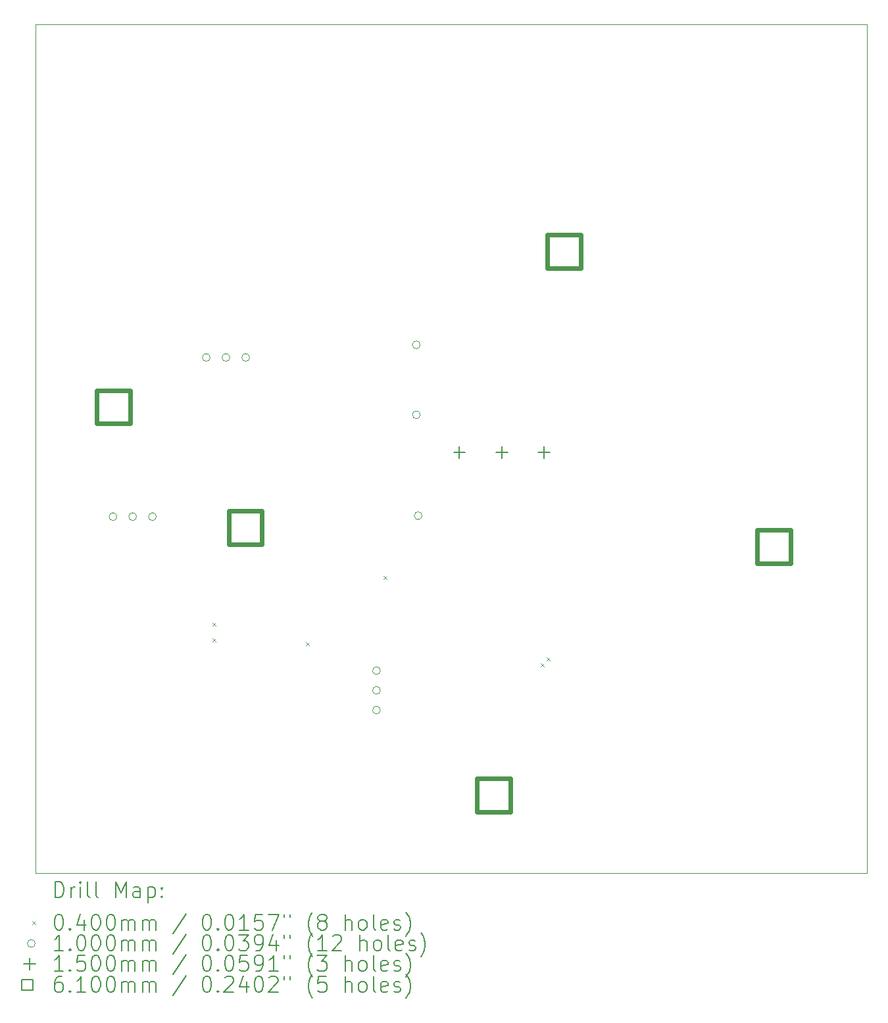
<source format=gbr>
%TF.GenerationSoftware,KiCad,Pcbnew,(6.0.11)*%
%TF.CreationDate,2023-11-09T10:56:48+01:00*%
%TF.ProjectId,Switch6.0,53776974-6368-4362-9e30-2e6b69636164,rev?*%
%TF.SameCoordinates,Original*%
%TF.FileFunction,Drillmap*%
%TF.FilePolarity,Positive*%
%FSLAX45Y45*%
G04 Gerber Fmt 4.5, Leading zero omitted, Abs format (unit mm)*
G04 Created by KiCad (PCBNEW (6.0.11)) date 2023-11-09 10:56:48*
%MOMM*%
%LPD*%
G01*
G04 APERTURE LIST*
%ADD10C,0.100000*%
%ADD11C,0.200000*%
%ADD12C,0.040000*%
%ADD13C,0.150000*%
%ADD14C,0.610000*%
G04 APERTURE END LIST*
D10*
X11400000Y-4175000D02*
X22100000Y-4175000D01*
X22100000Y-4175000D02*
X22100000Y-15100000D01*
X22100000Y-15100000D02*
X11400000Y-15100000D01*
X11400000Y-15100000D02*
X11400000Y-4175000D01*
D11*
D12*
X13680000Y-11880000D02*
X13720000Y-11920000D01*
X13720000Y-11880000D02*
X13680000Y-11920000D01*
X13680000Y-11880000D02*
X13720000Y-11920000D01*
X13720000Y-11880000D02*
X13680000Y-11920000D01*
X13680000Y-11880000D02*
X13720000Y-11920000D01*
X13720000Y-11880000D02*
X13680000Y-11920000D01*
X13680000Y-12080000D02*
X13720000Y-12120000D01*
X13720000Y-12080000D02*
X13680000Y-12120000D01*
X14880000Y-12130000D02*
X14920000Y-12170000D01*
X14920000Y-12130000D02*
X14880000Y-12170000D01*
X15880000Y-11280000D02*
X15920000Y-11320000D01*
X15920000Y-11280000D02*
X15880000Y-11320000D01*
X17905000Y-12405000D02*
X17945000Y-12445000D01*
X17945000Y-12405000D02*
X17905000Y-12445000D01*
X17980000Y-12330000D02*
X18020000Y-12370000D01*
X18020000Y-12330000D02*
X17980000Y-12370000D01*
D10*
X12446000Y-10512500D02*
G75*
G03*
X12446000Y-10512500I-50000J0D01*
G01*
X12700000Y-10512500D02*
G75*
G03*
X12700000Y-10512500I-50000J0D01*
G01*
X12954000Y-10512500D02*
G75*
G03*
X12954000Y-10512500I-50000J0D01*
G01*
X13646000Y-8462500D02*
G75*
G03*
X13646000Y-8462500I-50000J0D01*
G01*
X13900000Y-8462500D02*
G75*
G03*
X13900000Y-8462500I-50000J0D01*
G01*
X14154000Y-8462500D02*
G75*
G03*
X14154000Y-8462500I-50000J0D01*
G01*
X15837500Y-12496000D02*
G75*
G03*
X15837500Y-12496000I-50000J0D01*
G01*
X15837500Y-12750000D02*
G75*
G03*
X15837500Y-12750000I-50000J0D01*
G01*
X15837500Y-13004000D02*
G75*
G03*
X15837500Y-13004000I-50000J0D01*
G01*
X16350000Y-8300000D02*
G75*
G03*
X16350000Y-8300000I-50000J0D01*
G01*
X16350000Y-9200000D02*
G75*
G03*
X16350000Y-9200000I-50000J0D01*
G01*
X16375000Y-10500000D02*
G75*
G03*
X16375000Y-10500000I-50000J0D01*
G01*
D13*
X16855000Y-9607000D02*
X16855000Y-9757000D01*
X16780000Y-9682000D02*
X16930000Y-9682000D01*
X17400000Y-9607000D02*
X17400000Y-9757000D01*
X17325000Y-9682000D02*
X17475000Y-9682000D01*
X17945000Y-9607000D02*
X17945000Y-9757000D01*
X17870000Y-9682000D02*
X18020000Y-9682000D01*
D14*
X12615670Y-9315670D02*
X12615670Y-8884330D01*
X12184330Y-8884330D01*
X12184330Y-9315670D01*
X12615670Y-9315670D01*
X14315670Y-10865670D02*
X14315670Y-10434330D01*
X13884330Y-10434330D01*
X13884330Y-10865670D01*
X14315670Y-10865670D01*
X17515670Y-14315670D02*
X17515670Y-13884330D01*
X17084330Y-13884330D01*
X17084330Y-14315670D01*
X17515670Y-14315670D01*
X18415670Y-7315670D02*
X18415670Y-6884330D01*
X17984330Y-6884330D01*
X17984330Y-7315670D01*
X18415670Y-7315670D01*
X21115670Y-11115670D02*
X21115670Y-10684330D01*
X20684330Y-10684330D01*
X20684330Y-11115670D01*
X21115670Y-11115670D01*
D11*
X11652619Y-15415476D02*
X11652619Y-15215476D01*
X11700238Y-15215476D01*
X11728809Y-15225000D01*
X11747857Y-15244048D01*
X11757381Y-15263095D01*
X11766905Y-15301190D01*
X11766905Y-15329762D01*
X11757381Y-15367857D01*
X11747857Y-15386905D01*
X11728809Y-15405952D01*
X11700238Y-15415476D01*
X11652619Y-15415476D01*
X11852619Y-15415476D02*
X11852619Y-15282143D01*
X11852619Y-15320238D02*
X11862143Y-15301190D01*
X11871667Y-15291667D01*
X11890714Y-15282143D01*
X11909762Y-15282143D01*
X11976428Y-15415476D02*
X11976428Y-15282143D01*
X11976428Y-15215476D02*
X11966905Y-15225000D01*
X11976428Y-15234524D01*
X11985952Y-15225000D01*
X11976428Y-15215476D01*
X11976428Y-15234524D01*
X12100238Y-15415476D02*
X12081190Y-15405952D01*
X12071667Y-15386905D01*
X12071667Y-15215476D01*
X12205000Y-15415476D02*
X12185952Y-15405952D01*
X12176428Y-15386905D01*
X12176428Y-15215476D01*
X12433571Y-15415476D02*
X12433571Y-15215476D01*
X12500238Y-15358333D01*
X12566905Y-15215476D01*
X12566905Y-15415476D01*
X12747857Y-15415476D02*
X12747857Y-15310714D01*
X12738333Y-15291667D01*
X12719286Y-15282143D01*
X12681190Y-15282143D01*
X12662143Y-15291667D01*
X12747857Y-15405952D02*
X12728809Y-15415476D01*
X12681190Y-15415476D01*
X12662143Y-15405952D01*
X12652619Y-15386905D01*
X12652619Y-15367857D01*
X12662143Y-15348809D01*
X12681190Y-15339286D01*
X12728809Y-15339286D01*
X12747857Y-15329762D01*
X12843095Y-15282143D02*
X12843095Y-15482143D01*
X12843095Y-15291667D02*
X12862143Y-15282143D01*
X12900238Y-15282143D01*
X12919286Y-15291667D01*
X12928809Y-15301190D01*
X12938333Y-15320238D01*
X12938333Y-15377381D01*
X12928809Y-15396428D01*
X12919286Y-15405952D01*
X12900238Y-15415476D01*
X12862143Y-15415476D01*
X12843095Y-15405952D01*
X13024048Y-15396428D02*
X13033571Y-15405952D01*
X13024048Y-15415476D01*
X13014524Y-15405952D01*
X13024048Y-15396428D01*
X13024048Y-15415476D01*
X13024048Y-15291667D02*
X13033571Y-15301190D01*
X13024048Y-15310714D01*
X13014524Y-15301190D01*
X13024048Y-15291667D01*
X13024048Y-15310714D01*
D12*
X11355000Y-15725000D02*
X11395000Y-15765000D01*
X11395000Y-15725000D02*
X11355000Y-15765000D01*
D11*
X11690714Y-15635476D02*
X11709762Y-15635476D01*
X11728809Y-15645000D01*
X11738333Y-15654524D01*
X11747857Y-15673571D01*
X11757381Y-15711667D01*
X11757381Y-15759286D01*
X11747857Y-15797381D01*
X11738333Y-15816428D01*
X11728809Y-15825952D01*
X11709762Y-15835476D01*
X11690714Y-15835476D01*
X11671667Y-15825952D01*
X11662143Y-15816428D01*
X11652619Y-15797381D01*
X11643095Y-15759286D01*
X11643095Y-15711667D01*
X11652619Y-15673571D01*
X11662143Y-15654524D01*
X11671667Y-15645000D01*
X11690714Y-15635476D01*
X11843095Y-15816428D02*
X11852619Y-15825952D01*
X11843095Y-15835476D01*
X11833571Y-15825952D01*
X11843095Y-15816428D01*
X11843095Y-15835476D01*
X12024048Y-15702143D02*
X12024048Y-15835476D01*
X11976428Y-15625952D02*
X11928809Y-15768809D01*
X12052619Y-15768809D01*
X12166905Y-15635476D02*
X12185952Y-15635476D01*
X12205000Y-15645000D01*
X12214524Y-15654524D01*
X12224048Y-15673571D01*
X12233571Y-15711667D01*
X12233571Y-15759286D01*
X12224048Y-15797381D01*
X12214524Y-15816428D01*
X12205000Y-15825952D01*
X12185952Y-15835476D01*
X12166905Y-15835476D01*
X12147857Y-15825952D01*
X12138333Y-15816428D01*
X12128809Y-15797381D01*
X12119286Y-15759286D01*
X12119286Y-15711667D01*
X12128809Y-15673571D01*
X12138333Y-15654524D01*
X12147857Y-15645000D01*
X12166905Y-15635476D01*
X12357381Y-15635476D02*
X12376428Y-15635476D01*
X12395476Y-15645000D01*
X12405000Y-15654524D01*
X12414524Y-15673571D01*
X12424048Y-15711667D01*
X12424048Y-15759286D01*
X12414524Y-15797381D01*
X12405000Y-15816428D01*
X12395476Y-15825952D01*
X12376428Y-15835476D01*
X12357381Y-15835476D01*
X12338333Y-15825952D01*
X12328809Y-15816428D01*
X12319286Y-15797381D01*
X12309762Y-15759286D01*
X12309762Y-15711667D01*
X12319286Y-15673571D01*
X12328809Y-15654524D01*
X12338333Y-15645000D01*
X12357381Y-15635476D01*
X12509762Y-15835476D02*
X12509762Y-15702143D01*
X12509762Y-15721190D02*
X12519286Y-15711667D01*
X12538333Y-15702143D01*
X12566905Y-15702143D01*
X12585952Y-15711667D01*
X12595476Y-15730714D01*
X12595476Y-15835476D01*
X12595476Y-15730714D02*
X12605000Y-15711667D01*
X12624048Y-15702143D01*
X12652619Y-15702143D01*
X12671667Y-15711667D01*
X12681190Y-15730714D01*
X12681190Y-15835476D01*
X12776428Y-15835476D02*
X12776428Y-15702143D01*
X12776428Y-15721190D02*
X12785952Y-15711667D01*
X12805000Y-15702143D01*
X12833571Y-15702143D01*
X12852619Y-15711667D01*
X12862143Y-15730714D01*
X12862143Y-15835476D01*
X12862143Y-15730714D02*
X12871667Y-15711667D01*
X12890714Y-15702143D01*
X12919286Y-15702143D01*
X12938333Y-15711667D01*
X12947857Y-15730714D01*
X12947857Y-15835476D01*
X13338333Y-15625952D02*
X13166905Y-15883095D01*
X13595476Y-15635476D02*
X13614524Y-15635476D01*
X13633571Y-15645000D01*
X13643095Y-15654524D01*
X13652619Y-15673571D01*
X13662143Y-15711667D01*
X13662143Y-15759286D01*
X13652619Y-15797381D01*
X13643095Y-15816428D01*
X13633571Y-15825952D01*
X13614524Y-15835476D01*
X13595476Y-15835476D01*
X13576428Y-15825952D01*
X13566905Y-15816428D01*
X13557381Y-15797381D01*
X13547857Y-15759286D01*
X13547857Y-15711667D01*
X13557381Y-15673571D01*
X13566905Y-15654524D01*
X13576428Y-15645000D01*
X13595476Y-15635476D01*
X13747857Y-15816428D02*
X13757381Y-15825952D01*
X13747857Y-15835476D01*
X13738333Y-15825952D01*
X13747857Y-15816428D01*
X13747857Y-15835476D01*
X13881190Y-15635476D02*
X13900238Y-15635476D01*
X13919286Y-15645000D01*
X13928809Y-15654524D01*
X13938333Y-15673571D01*
X13947857Y-15711667D01*
X13947857Y-15759286D01*
X13938333Y-15797381D01*
X13928809Y-15816428D01*
X13919286Y-15825952D01*
X13900238Y-15835476D01*
X13881190Y-15835476D01*
X13862143Y-15825952D01*
X13852619Y-15816428D01*
X13843095Y-15797381D01*
X13833571Y-15759286D01*
X13833571Y-15711667D01*
X13843095Y-15673571D01*
X13852619Y-15654524D01*
X13862143Y-15645000D01*
X13881190Y-15635476D01*
X14138333Y-15835476D02*
X14024048Y-15835476D01*
X14081190Y-15835476D02*
X14081190Y-15635476D01*
X14062143Y-15664048D01*
X14043095Y-15683095D01*
X14024048Y-15692619D01*
X14319286Y-15635476D02*
X14224048Y-15635476D01*
X14214524Y-15730714D01*
X14224048Y-15721190D01*
X14243095Y-15711667D01*
X14290714Y-15711667D01*
X14309762Y-15721190D01*
X14319286Y-15730714D01*
X14328809Y-15749762D01*
X14328809Y-15797381D01*
X14319286Y-15816428D01*
X14309762Y-15825952D01*
X14290714Y-15835476D01*
X14243095Y-15835476D01*
X14224048Y-15825952D01*
X14214524Y-15816428D01*
X14395476Y-15635476D02*
X14528809Y-15635476D01*
X14443095Y-15835476D01*
X14595476Y-15635476D02*
X14595476Y-15673571D01*
X14671667Y-15635476D02*
X14671667Y-15673571D01*
X14966905Y-15911667D02*
X14957381Y-15902143D01*
X14938333Y-15873571D01*
X14928809Y-15854524D01*
X14919286Y-15825952D01*
X14909762Y-15778333D01*
X14909762Y-15740238D01*
X14919286Y-15692619D01*
X14928809Y-15664048D01*
X14938333Y-15645000D01*
X14957381Y-15616428D01*
X14966905Y-15606905D01*
X15071667Y-15721190D02*
X15052619Y-15711667D01*
X15043095Y-15702143D01*
X15033571Y-15683095D01*
X15033571Y-15673571D01*
X15043095Y-15654524D01*
X15052619Y-15645000D01*
X15071667Y-15635476D01*
X15109762Y-15635476D01*
X15128809Y-15645000D01*
X15138333Y-15654524D01*
X15147857Y-15673571D01*
X15147857Y-15683095D01*
X15138333Y-15702143D01*
X15128809Y-15711667D01*
X15109762Y-15721190D01*
X15071667Y-15721190D01*
X15052619Y-15730714D01*
X15043095Y-15740238D01*
X15033571Y-15759286D01*
X15033571Y-15797381D01*
X15043095Y-15816428D01*
X15052619Y-15825952D01*
X15071667Y-15835476D01*
X15109762Y-15835476D01*
X15128809Y-15825952D01*
X15138333Y-15816428D01*
X15147857Y-15797381D01*
X15147857Y-15759286D01*
X15138333Y-15740238D01*
X15128809Y-15730714D01*
X15109762Y-15721190D01*
X15385952Y-15835476D02*
X15385952Y-15635476D01*
X15471667Y-15835476D02*
X15471667Y-15730714D01*
X15462143Y-15711667D01*
X15443095Y-15702143D01*
X15414524Y-15702143D01*
X15395476Y-15711667D01*
X15385952Y-15721190D01*
X15595476Y-15835476D02*
X15576428Y-15825952D01*
X15566905Y-15816428D01*
X15557381Y-15797381D01*
X15557381Y-15740238D01*
X15566905Y-15721190D01*
X15576428Y-15711667D01*
X15595476Y-15702143D01*
X15624048Y-15702143D01*
X15643095Y-15711667D01*
X15652619Y-15721190D01*
X15662143Y-15740238D01*
X15662143Y-15797381D01*
X15652619Y-15816428D01*
X15643095Y-15825952D01*
X15624048Y-15835476D01*
X15595476Y-15835476D01*
X15776428Y-15835476D02*
X15757381Y-15825952D01*
X15747857Y-15806905D01*
X15747857Y-15635476D01*
X15928809Y-15825952D02*
X15909762Y-15835476D01*
X15871667Y-15835476D01*
X15852619Y-15825952D01*
X15843095Y-15806905D01*
X15843095Y-15730714D01*
X15852619Y-15711667D01*
X15871667Y-15702143D01*
X15909762Y-15702143D01*
X15928809Y-15711667D01*
X15938333Y-15730714D01*
X15938333Y-15749762D01*
X15843095Y-15768809D01*
X16014524Y-15825952D02*
X16033571Y-15835476D01*
X16071667Y-15835476D01*
X16090714Y-15825952D01*
X16100238Y-15806905D01*
X16100238Y-15797381D01*
X16090714Y-15778333D01*
X16071667Y-15768809D01*
X16043095Y-15768809D01*
X16024048Y-15759286D01*
X16014524Y-15740238D01*
X16014524Y-15730714D01*
X16024048Y-15711667D01*
X16043095Y-15702143D01*
X16071667Y-15702143D01*
X16090714Y-15711667D01*
X16166905Y-15911667D02*
X16176428Y-15902143D01*
X16195476Y-15873571D01*
X16205000Y-15854524D01*
X16214524Y-15825952D01*
X16224048Y-15778333D01*
X16224048Y-15740238D01*
X16214524Y-15692619D01*
X16205000Y-15664048D01*
X16195476Y-15645000D01*
X16176428Y-15616428D01*
X16166905Y-15606905D01*
D10*
X11395000Y-16009000D02*
G75*
G03*
X11395000Y-16009000I-50000J0D01*
G01*
D11*
X11757381Y-16099476D02*
X11643095Y-16099476D01*
X11700238Y-16099476D02*
X11700238Y-15899476D01*
X11681190Y-15928048D01*
X11662143Y-15947095D01*
X11643095Y-15956619D01*
X11843095Y-16080428D02*
X11852619Y-16089952D01*
X11843095Y-16099476D01*
X11833571Y-16089952D01*
X11843095Y-16080428D01*
X11843095Y-16099476D01*
X11976428Y-15899476D02*
X11995476Y-15899476D01*
X12014524Y-15909000D01*
X12024048Y-15918524D01*
X12033571Y-15937571D01*
X12043095Y-15975667D01*
X12043095Y-16023286D01*
X12033571Y-16061381D01*
X12024048Y-16080428D01*
X12014524Y-16089952D01*
X11995476Y-16099476D01*
X11976428Y-16099476D01*
X11957381Y-16089952D01*
X11947857Y-16080428D01*
X11938333Y-16061381D01*
X11928809Y-16023286D01*
X11928809Y-15975667D01*
X11938333Y-15937571D01*
X11947857Y-15918524D01*
X11957381Y-15909000D01*
X11976428Y-15899476D01*
X12166905Y-15899476D02*
X12185952Y-15899476D01*
X12205000Y-15909000D01*
X12214524Y-15918524D01*
X12224048Y-15937571D01*
X12233571Y-15975667D01*
X12233571Y-16023286D01*
X12224048Y-16061381D01*
X12214524Y-16080428D01*
X12205000Y-16089952D01*
X12185952Y-16099476D01*
X12166905Y-16099476D01*
X12147857Y-16089952D01*
X12138333Y-16080428D01*
X12128809Y-16061381D01*
X12119286Y-16023286D01*
X12119286Y-15975667D01*
X12128809Y-15937571D01*
X12138333Y-15918524D01*
X12147857Y-15909000D01*
X12166905Y-15899476D01*
X12357381Y-15899476D02*
X12376428Y-15899476D01*
X12395476Y-15909000D01*
X12405000Y-15918524D01*
X12414524Y-15937571D01*
X12424048Y-15975667D01*
X12424048Y-16023286D01*
X12414524Y-16061381D01*
X12405000Y-16080428D01*
X12395476Y-16089952D01*
X12376428Y-16099476D01*
X12357381Y-16099476D01*
X12338333Y-16089952D01*
X12328809Y-16080428D01*
X12319286Y-16061381D01*
X12309762Y-16023286D01*
X12309762Y-15975667D01*
X12319286Y-15937571D01*
X12328809Y-15918524D01*
X12338333Y-15909000D01*
X12357381Y-15899476D01*
X12509762Y-16099476D02*
X12509762Y-15966143D01*
X12509762Y-15985190D02*
X12519286Y-15975667D01*
X12538333Y-15966143D01*
X12566905Y-15966143D01*
X12585952Y-15975667D01*
X12595476Y-15994714D01*
X12595476Y-16099476D01*
X12595476Y-15994714D02*
X12605000Y-15975667D01*
X12624048Y-15966143D01*
X12652619Y-15966143D01*
X12671667Y-15975667D01*
X12681190Y-15994714D01*
X12681190Y-16099476D01*
X12776428Y-16099476D02*
X12776428Y-15966143D01*
X12776428Y-15985190D02*
X12785952Y-15975667D01*
X12805000Y-15966143D01*
X12833571Y-15966143D01*
X12852619Y-15975667D01*
X12862143Y-15994714D01*
X12862143Y-16099476D01*
X12862143Y-15994714D02*
X12871667Y-15975667D01*
X12890714Y-15966143D01*
X12919286Y-15966143D01*
X12938333Y-15975667D01*
X12947857Y-15994714D01*
X12947857Y-16099476D01*
X13338333Y-15889952D02*
X13166905Y-16147095D01*
X13595476Y-15899476D02*
X13614524Y-15899476D01*
X13633571Y-15909000D01*
X13643095Y-15918524D01*
X13652619Y-15937571D01*
X13662143Y-15975667D01*
X13662143Y-16023286D01*
X13652619Y-16061381D01*
X13643095Y-16080428D01*
X13633571Y-16089952D01*
X13614524Y-16099476D01*
X13595476Y-16099476D01*
X13576428Y-16089952D01*
X13566905Y-16080428D01*
X13557381Y-16061381D01*
X13547857Y-16023286D01*
X13547857Y-15975667D01*
X13557381Y-15937571D01*
X13566905Y-15918524D01*
X13576428Y-15909000D01*
X13595476Y-15899476D01*
X13747857Y-16080428D02*
X13757381Y-16089952D01*
X13747857Y-16099476D01*
X13738333Y-16089952D01*
X13747857Y-16080428D01*
X13747857Y-16099476D01*
X13881190Y-15899476D02*
X13900238Y-15899476D01*
X13919286Y-15909000D01*
X13928809Y-15918524D01*
X13938333Y-15937571D01*
X13947857Y-15975667D01*
X13947857Y-16023286D01*
X13938333Y-16061381D01*
X13928809Y-16080428D01*
X13919286Y-16089952D01*
X13900238Y-16099476D01*
X13881190Y-16099476D01*
X13862143Y-16089952D01*
X13852619Y-16080428D01*
X13843095Y-16061381D01*
X13833571Y-16023286D01*
X13833571Y-15975667D01*
X13843095Y-15937571D01*
X13852619Y-15918524D01*
X13862143Y-15909000D01*
X13881190Y-15899476D01*
X14014524Y-15899476D02*
X14138333Y-15899476D01*
X14071667Y-15975667D01*
X14100238Y-15975667D01*
X14119286Y-15985190D01*
X14128809Y-15994714D01*
X14138333Y-16013762D01*
X14138333Y-16061381D01*
X14128809Y-16080428D01*
X14119286Y-16089952D01*
X14100238Y-16099476D01*
X14043095Y-16099476D01*
X14024048Y-16089952D01*
X14014524Y-16080428D01*
X14233571Y-16099476D02*
X14271667Y-16099476D01*
X14290714Y-16089952D01*
X14300238Y-16080428D01*
X14319286Y-16051857D01*
X14328809Y-16013762D01*
X14328809Y-15937571D01*
X14319286Y-15918524D01*
X14309762Y-15909000D01*
X14290714Y-15899476D01*
X14252619Y-15899476D01*
X14233571Y-15909000D01*
X14224048Y-15918524D01*
X14214524Y-15937571D01*
X14214524Y-15985190D01*
X14224048Y-16004238D01*
X14233571Y-16013762D01*
X14252619Y-16023286D01*
X14290714Y-16023286D01*
X14309762Y-16013762D01*
X14319286Y-16004238D01*
X14328809Y-15985190D01*
X14500238Y-15966143D02*
X14500238Y-16099476D01*
X14452619Y-15889952D02*
X14405000Y-16032809D01*
X14528809Y-16032809D01*
X14595476Y-15899476D02*
X14595476Y-15937571D01*
X14671667Y-15899476D02*
X14671667Y-15937571D01*
X14966905Y-16175667D02*
X14957381Y-16166143D01*
X14938333Y-16137571D01*
X14928809Y-16118524D01*
X14919286Y-16089952D01*
X14909762Y-16042333D01*
X14909762Y-16004238D01*
X14919286Y-15956619D01*
X14928809Y-15928048D01*
X14938333Y-15909000D01*
X14957381Y-15880428D01*
X14966905Y-15870905D01*
X15147857Y-16099476D02*
X15033571Y-16099476D01*
X15090714Y-16099476D02*
X15090714Y-15899476D01*
X15071667Y-15928048D01*
X15052619Y-15947095D01*
X15033571Y-15956619D01*
X15224048Y-15918524D02*
X15233571Y-15909000D01*
X15252619Y-15899476D01*
X15300238Y-15899476D01*
X15319286Y-15909000D01*
X15328809Y-15918524D01*
X15338333Y-15937571D01*
X15338333Y-15956619D01*
X15328809Y-15985190D01*
X15214524Y-16099476D01*
X15338333Y-16099476D01*
X15576428Y-16099476D02*
X15576428Y-15899476D01*
X15662143Y-16099476D02*
X15662143Y-15994714D01*
X15652619Y-15975667D01*
X15633571Y-15966143D01*
X15605000Y-15966143D01*
X15585952Y-15975667D01*
X15576428Y-15985190D01*
X15785952Y-16099476D02*
X15766905Y-16089952D01*
X15757381Y-16080428D01*
X15747857Y-16061381D01*
X15747857Y-16004238D01*
X15757381Y-15985190D01*
X15766905Y-15975667D01*
X15785952Y-15966143D01*
X15814524Y-15966143D01*
X15833571Y-15975667D01*
X15843095Y-15985190D01*
X15852619Y-16004238D01*
X15852619Y-16061381D01*
X15843095Y-16080428D01*
X15833571Y-16089952D01*
X15814524Y-16099476D01*
X15785952Y-16099476D01*
X15966905Y-16099476D02*
X15947857Y-16089952D01*
X15938333Y-16070905D01*
X15938333Y-15899476D01*
X16119286Y-16089952D02*
X16100238Y-16099476D01*
X16062143Y-16099476D01*
X16043095Y-16089952D01*
X16033571Y-16070905D01*
X16033571Y-15994714D01*
X16043095Y-15975667D01*
X16062143Y-15966143D01*
X16100238Y-15966143D01*
X16119286Y-15975667D01*
X16128809Y-15994714D01*
X16128809Y-16013762D01*
X16033571Y-16032809D01*
X16205000Y-16089952D02*
X16224048Y-16099476D01*
X16262143Y-16099476D01*
X16281190Y-16089952D01*
X16290714Y-16070905D01*
X16290714Y-16061381D01*
X16281190Y-16042333D01*
X16262143Y-16032809D01*
X16233571Y-16032809D01*
X16214524Y-16023286D01*
X16205000Y-16004238D01*
X16205000Y-15994714D01*
X16214524Y-15975667D01*
X16233571Y-15966143D01*
X16262143Y-15966143D01*
X16281190Y-15975667D01*
X16357381Y-16175667D02*
X16366905Y-16166143D01*
X16385952Y-16137571D01*
X16395476Y-16118524D01*
X16405000Y-16089952D01*
X16414524Y-16042333D01*
X16414524Y-16004238D01*
X16405000Y-15956619D01*
X16395476Y-15928048D01*
X16385952Y-15909000D01*
X16366905Y-15880428D01*
X16357381Y-15870905D01*
D13*
X11320000Y-16198000D02*
X11320000Y-16348000D01*
X11245000Y-16273000D02*
X11395000Y-16273000D01*
D11*
X11757381Y-16363476D02*
X11643095Y-16363476D01*
X11700238Y-16363476D02*
X11700238Y-16163476D01*
X11681190Y-16192048D01*
X11662143Y-16211095D01*
X11643095Y-16220619D01*
X11843095Y-16344428D02*
X11852619Y-16353952D01*
X11843095Y-16363476D01*
X11833571Y-16353952D01*
X11843095Y-16344428D01*
X11843095Y-16363476D01*
X12033571Y-16163476D02*
X11938333Y-16163476D01*
X11928809Y-16258714D01*
X11938333Y-16249190D01*
X11957381Y-16239667D01*
X12005000Y-16239667D01*
X12024048Y-16249190D01*
X12033571Y-16258714D01*
X12043095Y-16277762D01*
X12043095Y-16325381D01*
X12033571Y-16344428D01*
X12024048Y-16353952D01*
X12005000Y-16363476D01*
X11957381Y-16363476D01*
X11938333Y-16353952D01*
X11928809Y-16344428D01*
X12166905Y-16163476D02*
X12185952Y-16163476D01*
X12205000Y-16173000D01*
X12214524Y-16182524D01*
X12224048Y-16201571D01*
X12233571Y-16239667D01*
X12233571Y-16287286D01*
X12224048Y-16325381D01*
X12214524Y-16344428D01*
X12205000Y-16353952D01*
X12185952Y-16363476D01*
X12166905Y-16363476D01*
X12147857Y-16353952D01*
X12138333Y-16344428D01*
X12128809Y-16325381D01*
X12119286Y-16287286D01*
X12119286Y-16239667D01*
X12128809Y-16201571D01*
X12138333Y-16182524D01*
X12147857Y-16173000D01*
X12166905Y-16163476D01*
X12357381Y-16163476D02*
X12376428Y-16163476D01*
X12395476Y-16173000D01*
X12405000Y-16182524D01*
X12414524Y-16201571D01*
X12424048Y-16239667D01*
X12424048Y-16287286D01*
X12414524Y-16325381D01*
X12405000Y-16344428D01*
X12395476Y-16353952D01*
X12376428Y-16363476D01*
X12357381Y-16363476D01*
X12338333Y-16353952D01*
X12328809Y-16344428D01*
X12319286Y-16325381D01*
X12309762Y-16287286D01*
X12309762Y-16239667D01*
X12319286Y-16201571D01*
X12328809Y-16182524D01*
X12338333Y-16173000D01*
X12357381Y-16163476D01*
X12509762Y-16363476D02*
X12509762Y-16230143D01*
X12509762Y-16249190D02*
X12519286Y-16239667D01*
X12538333Y-16230143D01*
X12566905Y-16230143D01*
X12585952Y-16239667D01*
X12595476Y-16258714D01*
X12595476Y-16363476D01*
X12595476Y-16258714D02*
X12605000Y-16239667D01*
X12624048Y-16230143D01*
X12652619Y-16230143D01*
X12671667Y-16239667D01*
X12681190Y-16258714D01*
X12681190Y-16363476D01*
X12776428Y-16363476D02*
X12776428Y-16230143D01*
X12776428Y-16249190D02*
X12785952Y-16239667D01*
X12805000Y-16230143D01*
X12833571Y-16230143D01*
X12852619Y-16239667D01*
X12862143Y-16258714D01*
X12862143Y-16363476D01*
X12862143Y-16258714D02*
X12871667Y-16239667D01*
X12890714Y-16230143D01*
X12919286Y-16230143D01*
X12938333Y-16239667D01*
X12947857Y-16258714D01*
X12947857Y-16363476D01*
X13338333Y-16153952D02*
X13166905Y-16411095D01*
X13595476Y-16163476D02*
X13614524Y-16163476D01*
X13633571Y-16173000D01*
X13643095Y-16182524D01*
X13652619Y-16201571D01*
X13662143Y-16239667D01*
X13662143Y-16287286D01*
X13652619Y-16325381D01*
X13643095Y-16344428D01*
X13633571Y-16353952D01*
X13614524Y-16363476D01*
X13595476Y-16363476D01*
X13576428Y-16353952D01*
X13566905Y-16344428D01*
X13557381Y-16325381D01*
X13547857Y-16287286D01*
X13547857Y-16239667D01*
X13557381Y-16201571D01*
X13566905Y-16182524D01*
X13576428Y-16173000D01*
X13595476Y-16163476D01*
X13747857Y-16344428D02*
X13757381Y-16353952D01*
X13747857Y-16363476D01*
X13738333Y-16353952D01*
X13747857Y-16344428D01*
X13747857Y-16363476D01*
X13881190Y-16163476D02*
X13900238Y-16163476D01*
X13919286Y-16173000D01*
X13928809Y-16182524D01*
X13938333Y-16201571D01*
X13947857Y-16239667D01*
X13947857Y-16287286D01*
X13938333Y-16325381D01*
X13928809Y-16344428D01*
X13919286Y-16353952D01*
X13900238Y-16363476D01*
X13881190Y-16363476D01*
X13862143Y-16353952D01*
X13852619Y-16344428D01*
X13843095Y-16325381D01*
X13833571Y-16287286D01*
X13833571Y-16239667D01*
X13843095Y-16201571D01*
X13852619Y-16182524D01*
X13862143Y-16173000D01*
X13881190Y-16163476D01*
X14128809Y-16163476D02*
X14033571Y-16163476D01*
X14024048Y-16258714D01*
X14033571Y-16249190D01*
X14052619Y-16239667D01*
X14100238Y-16239667D01*
X14119286Y-16249190D01*
X14128809Y-16258714D01*
X14138333Y-16277762D01*
X14138333Y-16325381D01*
X14128809Y-16344428D01*
X14119286Y-16353952D01*
X14100238Y-16363476D01*
X14052619Y-16363476D01*
X14033571Y-16353952D01*
X14024048Y-16344428D01*
X14233571Y-16363476D02*
X14271667Y-16363476D01*
X14290714Y-16353952D01*
X14300238Y-16344428D01*
X14319286Y-16315857D01*
X14328809Y-16277762D01*
X14328809Y-16201571D01*
X14319286Y-16182524D01*
X14309762Y-16173000D01*
X14290714Y-16163476D01*
X14252619Y-16163476D01*
X14233571Y-16173000D01*
X14224048Y-16182524D01*
X14214524Y-16201571D01*
X14214524Y-16249190D01*
X14224048Y-16268238D01*
X14233571Y-16277762D01*
X14252619Y-16287286D01*
X14290714Y-16287286D01*
X14309762Y-16277762D01*
X14319286Y-16268238D01*
X14328809Y-16249190D01*
X14519286Y-16363476D02*
X14405000Y-16363476D01*
X14462143Y-16363476D02*
X14462143Y-16163476D01*
X14443095Y-16192048D01*
X14424048Y-16211095D01*
X14405000Y-16220619D01*
X14595476Y-16163476D02*
X14595476Y-16201571D01*
X14671667Y-16163476D02*
X14671667Y-16201571D01*
X14966905Y-16439667D02*
X14957381Y-16430143D01*
X14938333Y-16401571D01*
X14928809Y-16382524D01*
X14919286Y-16353952D01*
X14909762Y-16306333D01*
X14909762Y-16268238D01*
X14919286Y-16220619D01*
X14928809Y-16192048D01*
X14938333Y-16173000D01*
X14957381Y-16144428D01*
X14966905Y-16134905D01*
X15024048Y-16163476D02*
X15147857Y-16163476D01*
X15081190Y-16239667D01*
X15109762Y-16239667D01*
X15128809Y-16249190D01*
X15138333Y-16258714D01*
X15147857Y-16277762D01*
X15147857Y-16325381D01*
X15138333Y-16344428D01*
X15128809Y-16353952D01*
X15109762Y-16363476D01*
X15052619Y-16363476D01*
X15033571Y-16353952D01*
X15024048Y-16344428D01*
X15385952Y-16363476D02*
X15385952Y-16163476D01*
X15471667Y-16363476D02*
X15471667Y-16258714D01*
X15462143Y-16239667D01*
X15443095Y-16230143D01*
X15414524Y-16230143D01*
X15395476Y-16239667D01*
X15385952Y-16249190D01*
X15595476Y-16363476D02*
X15576428Y-16353952D01*
X15566905Y-16344428D01*
X15557381Y-16325381D01*
X15557381Y-16268238D01*
X15566905Y-16249190D01*
X15576428Y-16239667D01*
X15595476Y-16230143D01*
X15624048Y-16230143D01*
X15643095Y-16239667D01*
X15652619Y-16249190D01*
X15662143Y-16268238D01*
X15662143Y-16325381D01*
X15652619Y-16344428D01*
X15643095Y-16353952D01*
X15624048Y-16363476D01*
X15595476Y-16363476D01*
X15776428Y-16363476D02*
X15757381Y-16353952D01*
X15747857Y-16334905D01*
X15747857Y-16163476D01*
X15928809Y-16353952D02*
X15909762Y-16363476D01*
X15871667Y-16363476D01*
X15852619Y-16353952D01*
X15843095Y-16334905D01*
X15843095Y-16258714D01*
X15852619Y-16239667D01*
X15871667Y-16230143D01*
X15909762Y-16230143D01*
X15928809Y-16239667D01*
X15938333Y-16258714D01*
X15938333Y-16277762D01*
X15843095Y-16296809D01*
X16014524Y-16353952D02*
X16033571Y-16363476D01*
X16071667Y-16363476D01*
X16090714Y-16353952D01*
X16100238Y-16334905D01*
X16100238Y-16325381D01*
X16090714Y-16306333D01*
X16071667Y-16296809D01*
X16043095Y-16296809D01*
X16024048Y-16287286D01*
X16014524Y-16268238D01*
X16014524Y-16258714D01*
X16024048Y-16239667D01*
X16043095Y-16230143D01*
X16071667Y-16230143D01*
X16090714Y-16239667D01*
X16166905Y-16439667D02*
X16176428Y-16430143D01*
X16195476Y-16401571D01*
X16205000Y-16382524D01*
X16214524Y-16353952D01*
X16224048Y-16306333D01*
X16224048Y-16268238D01*
X16214524Y-16220619D01*
X16205000Y-16192048D01*
X16195476Y-16173000D01*
X16176428Y-16144428D01*
X16166905Y-16134905D01*
X11365711Y-16613711D02*
X11365711Y-16472289D01*
X11224289Y-16472289D01*
X11224289Y-16613711D01*
X11365711Y-16613711D01*
X11738333Y-16433476D02*
X11700238Y-16433476D01*
X11681190Y-16443000D01*
X11671667Y-16452524D01*
X11652619Y-16481095D01*
X11643095Y-16519190D01*
X11643095Y-16595381D01*
X11652619Y-16614428D01*
X11662143Y-16623952D01*
X11681190Y-16633476D01*
X11719286Y-16633476D01*
X11738333Y-16623952D01*
X11747857Y-16614428D01*
X11757381Y-16595381D01*
X11757381Y-16547762D01*
X11747857Y-16528714D01*
X11738333Y-16519190D01*
X11719286Y-16509667D01*
X11681190Y-16509667D01*
X11662143Y-16519190D01*
X11652619Y-16528714D01*
X11643095Y-16547762D01*
X11843095Y-16614428D02*
X11852619Y-16623952D01*
X11843095Y-16633476D01*
X11833571Y-16623952D01*
X11843095Y-16614428D01*
X11843095Y-16633476D01*
X12043095Y-16633476D02*
X11928809Y-16633476D01*
X11985952Y-16633476D02*
X11985952Y-16433476D01*
X11966905Y-16462048D01*
X11947857Y-16481095D01*
X11928809Y-16490619D01*
X12166905Y-16433476D02*
X12185952Y-16433476D01*
X12205000Y-16443000D01*
X12214524Y-16452524D01*
X12224048Y-16471571D01*
X12233571Y-16509667D01*
X12233571Y-16557286D01*
X12224048Y-16595381D01*
X12214524Y-16614428D01*
X12205000Y-16623952D01*
X12185952Y-16633476D01*
X12166905Y-16633476D01*
X12147857Y-16623952D01*
X12138333Y-16614428D01*
X12128809Y-16595381D01*
X12119286Y-16557286D01*
X12119286Y-16509667D01*
X12128809Y-16471571D01*
X12138333Y-16452524D01*
X12147857Y-16443000D01*
X12166905Y-16433476D01*
X12357381Y-16433476D02*
X12376428Y-16433476D01*
X12395476Y-16443000D01*
X12405000Y-16452524D01*
X12414524Y-16471571D01*
X12424048Y-16509667D01*
X12424048Y-16557286D01*
X12414524Y-16595381D01*
X12405000Y-16614428D01*
X12395476Y-16623952D01*
X12376428Y-16633476D01*
X12357381Y-16633476D01*
X12338333Y-16623952D01*
X12328809Y-16614428D01*
X12319286Y-16595381D01*
X12309762Y-16557286D01*
X12309762Y-16509667D01*
X12319286Y-16471571D01*
X12328809Y-16452524D01*
X12338333Y-16443000D01*
X12357381Y-16433476D01*
X12509762Y-16633476D02*
X12509762Y-16500143D01*
X12509762Y-16519190D02*
X12519286Y-16509667D01*
X12538333Y-16500143D01*
X12566905Y-16500143D01*
X12585952Y-16509667D01*
X12595476Y-16528714D01*
X12595476Y-16633476D01*
X12595476Y-16528714D02*
X12605000Y-16509667D01*
X12624048Y-16500143D01*
X12652619Y-16500143D01*
X12671667Y-16509667D01*
X12681190Y-16528714D01*
X12681190Y-16633476D01*
X12776428Y-16633476D02*
X12776428Y-16500143D01*
X12776428Y-16519190D02*
X12785952Y-16509667D01*
X12805000Y-16500143D01*
X12833571Y-16500143D01*
X12852619Y-16509667D01*
X12862143Y-16528714D01*
X12862143Y-16633476D01*
X12862143Y-16528714D02*
X12871667Y-16509667D01*
X12890714Y-16500143D01*
X12919286Y-16500143D01*
X12938333Y-16509667D01*
X12947857Y-16528714D01*
X12947857Y-16633476D01*
X13338333Y-16423952D02*
X13166905Y-16681095D01*
X13595476Y-16433476D02*
X13614524Y-16433476D01*
X13633571Y-16443000D01*
X13643095Y-16452524D01*
X13652619Y-16471571D01*
X13662143Y-16509667D01*
X13662143Y-16557286D01*
X13652619Y-16595381D01*
X13643095Y-16614428D01*
X13633571Y-16623952D01*
X13614524Y-16633476D01*
X13595476Y-16633476D01*
X13576428Y-16623952D01*
X13566905Y-16614428D01*
X13557381Y-16595381D01*
X13547857Y-16557286D01*
X13547857Y-16509667D01*
X13557381Y-16471571D01*
X13566905Y-16452524D01*
X13576428Y-16443000D01*
X13595476Y-16433476D01*
X13747857Y-16614428D02*
X13757381Y-16623952D01*
X13747857Y-16633476D01*
X13738333Y-16623952D01*
X13747857Y-16614428D01*
X13747857Y-16633476D01*
X13833571Y-16452524D02*
X13843095Y-16443000D01*
X13862143Y-16433476D01*
X13909762Y-16433476D01*
X13928809Y-16443000D01*
X13938333Y-16452524D01*
X13947857Y-16471571D01*
X13947857Y-16490619D01*
X13938333Y-16519190D01*
X13824048Y-16633476D01*
X13947857Y-16633476D01*
X14119286Y-16500143D02*
X14119286Y-16633476D01*
X14071667Y-16423952D02*
X14024048Y-16566809D01*
X14147857Y-16566809D01*
X14262143Y-16433476D02*
X14281190Y-16433476D01*
X14300238Y-16443000D01*
X14309762Y-16452524D01*
X14319286Y-16471571D01*
X14328809Y-16509667D01*
X14328809Y-16557286D01*
X14319286Y-16595381D01*
X14309762Y-16614428D01*
X14300238Y-16623952D01*
X14281190Y-16633476D01*
X14262143Y-16633476D01*
X14243095Y-16623952D01*
X14233571Y-16614428D01*
X14224048Y-16595381D01*
X14214524Y-16557286D01*
X14214524Y-16509667D01*
X14224048Y-16471571D01*
X14233571Y-16452524D01*
X14243095Y-16443000D01*
X14262143Y-16433476D01*
X14405000Y-16452524D02*
X14414524Y-16443000D01*
X14433571Y-16433476D01*
X14481190Y-16433476D01*
X14500238Y-16443000D01*
X14509762Y-16452524D01*
X14519286Y-16471571D01*
X14519286Y-16490619D01*
X14509762Y-16519190D01*
X14395476Y-16633476D01*
X14519286Y-16633476D01*
X14595476Y-16433476D02*
X14595476Y-16471571D01*
X14671667Y-16433476D02*
X14671667Y-16471571D01*
X14966905Y-16709667D02*
X14957381Y-16700143D01*
X14938333Y-16671571D01*
X14928809Y-16652524D01*
X14919286Y-16623952D01*
X14909762Y-16576333D01*
X14909762Y-16538238D01*
X14919286Y-16490619D01*
X14928809Y-16462048D01*
X14938333Y-16443000D01*
X14957381Y-16414428D01*
X14966905Y-16404905D01*
X15138333Y-16433476D02*
X15043095Y-16433476D01*
X15033571Y-16528714D01*
X15043095Y-16519190D01*
X15062143Y-16509667D01*
X15109762Y-16509667D01*
X15128809Y-16519190D01*
X15138333Y-16528714D01*
X15147857Y-16547762D01*
X15147857Y-16595381D01*
X15138333Y-16614428D01*
X15128809Y-16623952D01*
X15109762Y-16633476D01*
X15062143Y-16633476D01*
X15043095Y-16623952D01*
X15033571Y-16614428D01*
X15385952Y-16633476D02*
X15385952Y-16433476D01*
X15471667Y-16633476D02*
X15471667Y-16528714D01*
X15462143Y-16509667D01*
X15443095Y-16500143D01*
X15414524Y-16500143D01*
X15395476Y-16509667D01*
X15385952Y-16519190D01*
X15595476Y-16633476D02*
X15576428Y-16623952D01*
X15566905Y-16614428D01*
X15557381Y-16595381D01*
X15557381Y-16538238D01*
X15566905Y-16519190D01*
X15576428Y-16509667D01*
X15595476Y-16500143D01*
X15624048Y-16500143D01*
X15643095Y-16509667D01*
X15652619Y-16519190D01*
X15662143Y-16538238D01*
X15662143Y-16595381D01*
X15652619Y-16614428D01*
X15643095Y-16623952D01*
X15624048Y-16633476D01*
X15595476Y-16633476D01*
X15776428Y-16633476D02*
X15757381Y-16623952D01*
X15747857Y-16604905D01*
X15747857Y-16433476D01*
X15928809Y-16623952D02*
X15909762Y-16633476D01*
X15871667Y-16633476D01*
X15852619Y-16623952D01*
X15843095Y-16604905D01*
X15843095Y-16528714D01*
X15852619Y-16509667D01*
X15871667Y-16500143D01*
X15909762Y-16500143D01*
X15928809Y-16509667D01*
X15938333Y-16528714D01*
X15938333Y-16547762D01*
X15843095Y-16566809D01*
X16014524Y-16623952D02*
X16033571Y-16633476D01*
X16071667Y-16633476D01*
X16090714Y-16623952D01*
X16100238Y-16604905D01*
X16100238Y-16595381D01*
X16090714Y-16576333D01*
X16071667Y-16566809D01*
X16043095Y-16566809D01*
X16024048Y-16557286D01*
X16014524Y-16538238D01*
X16014524Y-16528714D01*
X16024048Y-16509667D01*
X16043095Y-16500143D01*
X16071667Y-16500143D01*
X16090714Y-16509667D01*
X16166905Y-16709667D02*
X16176428Y-16700143D01*
X16195476Y-16671571D01*
X16205000Y-16652524D01*
X16214524Y-16623952D01*
X16224048Y-16576333D01*
X16224048Y-16538238D01*
X16214524Y-16490619D01*
X16205000Y-16462048D01*
X16195476Y-16443000D01*
X16176428Y-16414428D01*
X16166905Y-16404905D01*
M02*

</source>
